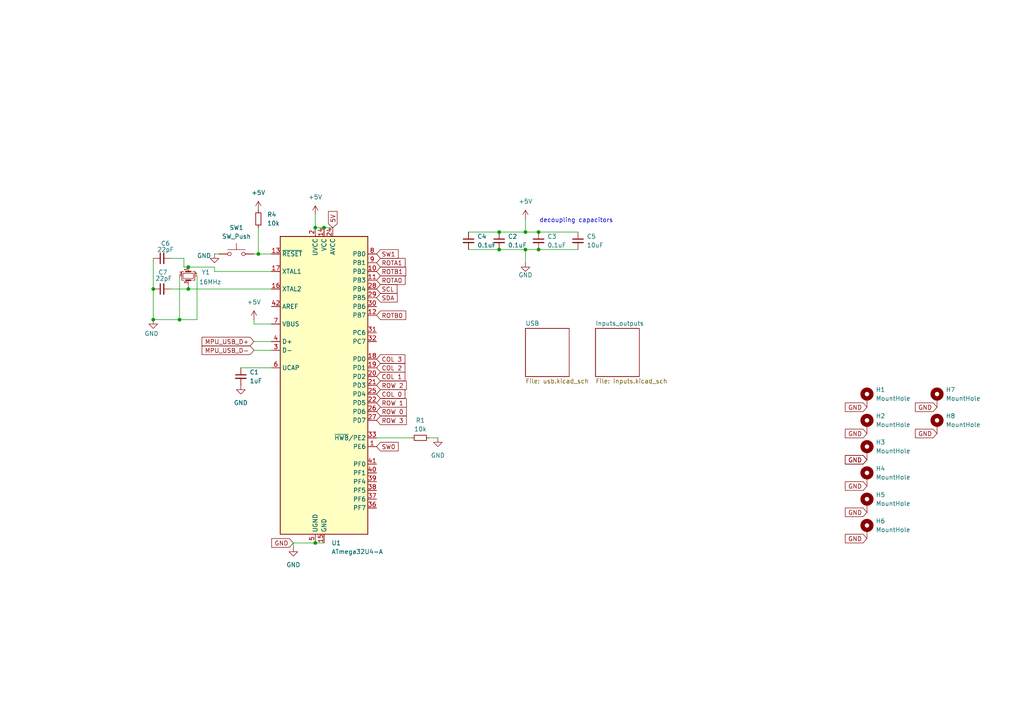
<source format=kicad_sch>
(kicad_sch (version 20250114) (generator "eeschema") (generator_version "9.0")
  (paper "A4")
  (lib_symbols
    (symbol "Device:C_Small" (pin_numbers (hide yes)) (pin_names (offset 0.254) (hide yes))
      (property "Reference" "C" (at 0.254 1.778 0))
      (property "Value" "C_Small" (at 0.254 -2.032 0))
      (symbol "C_Small_0_1"
        (polyline (pts (xy -1.524 0.508) (xy 1.524 0.508)) (stroke (width 0.3048)))
        (polyline (pts (xy -1.524 -0.508) (xy 1.524 -0.508)) (stroke (width 0.3302)))
      )
      (symbol "C_Small_1_1"
        (pin passive line (at 0 2.54 270) (length 2.032) (name "~") (number "1"))
        (pin passive line (at 0 -2.54 90) (length 2.032) (name "~") (number "2"))
      )
    )
    (symbol "Device:Crystal_GND24_Small" (pin_names (offset 1.016) (hide yes))
      (property "Reference" "Y" (at 1.27 4.445 0))
      (property "Value" "Crystal_GND24_Small" (at 1.27 2.54 0))
      (symbol "Crystal_GND24_Small_0_1"
        (polyline (pts (xy -1.27 1.27) (xy -1.27 1.905) (xy 1.27 1.905) (xy 1.27 1.27)))
        (polyline (pts (xy -1.27 -0.762) (xy -1.27 0.762)) (stroke (width 0.381)))
        (polyline (pts (xy -1.27 -1.27) (xy -1.27 -1.905) (xy 1.27 -1.905) (xy 1.27 -1.27)))
        (rectangle (start -0.762 -1.524) (end 0.762 1.524))
        (polyline (pts (xy 1.27 -0.762) (xy 1.27 0.762)) (stroke (width 0.381)))
      )
      (symbol "Crystal_GND24_Small_1_1"
        (pin passive line (at -2.54 0 0) (length 1.27) (name "1") (number "1"))
        (pin passive line (at 0 2.54 270) (length 0.635) (name "4") (number "4"))
        (pin passive line (at 0 -2.54 90) (length 0.635) (name "2") (number "2"))
        (pin passive line (at 2.54 0 180) (length 1.27) (name "3") (number "3"))
      )
    )
    (symbol "Device:R_Small" (pin_numbers (hide yes)) (pin_names (offset 0.254) (hide yes))
      (property "Reference" "R" (at 0.762 0.508 0))
      (property "Value" "R_Small" (at 0.762 -1.016 0))
      (symbol "R_Small_0_1"
        (rectangle (start -0.762 1.778) (end 0.762 -1.778) (stroke (width 0.2032)))
      )
      (symbol "R_Small_1_1"
        (pin passive line (at 0 2.54 270) (length 0.762) (name "~") (number "1"))
        (pin passive line (at 0 -2.54 90) (length 0.762) (name "~") (number "2"))
      )
    )
    (symbol "MCU_Microchip_ATmega:ATmega32U4-A"
      (property "Reference" "U" (at -12.7 44.45 0))
      (property "Value" "ATmega32U4-A" (at 2.54 -44.45 0))
      (symbol "ATmega32U4-A_0_1"
        (rectangle (start -12.7 -43.18) (end 12.7 43.18) (stroke (width 0.254)) (fill (type background)))
      )
      (symbol "ATmega32U4-A_1_1"
        (pin input line (at -15.24 38.1 0) (length 2.54) (name "~{RESET}") (number "13"))
        (pin input line (at -15.24 33.02 0) (length 2.54) (name "XTAL1") (number "17"))
        (pin output line (at -15.24 27.94 0) (length 2.54) (name "XTAL2") (number "16"))
        (pin passive line (at -15.24 22.86 0) (length 2.54) (name "AREF") (number "42"))
        (pin input line (at -15.24 17.78 0) (length 2.54) (name "VBUS") (number "7"))
        (pin bidirectional line (at -15.24 12.7 0) (length 2.54) (name "D+") (number "4"))
        (pin bidirectional line (at -15.24 10.16 0) (length 2.54) (name "D-") (number "3"))
        (pin passive line (at -15.24 5.08 0) (length 2.54) (name "UCAP") (number "6"))
        (pin power_in line (at -2.54 45.72 270) (length 2.54) (name "UVCC") (number "2"))
        (pin passive line (at -2.54 -45.72 90) (length 2.54) (name "UGND") (number "5"))
        (pin power_in line (at 0 45.72 270) (length 2.54) (name "VCC") (number "14"))
        (pin passive line (at 0 45.72 270) (length 2.54) (hide yes) (name "VCC") (number "34"))
        (pin power_in line (at 0 -45.72 90) (length 2.54) (name "GND") (number "15"))
        (pin passive line (at 0 -45.72 90) (length 2.54) (hide yes) (name "GND") (number "23"))
        (pin passive line (at 0 -45.72 90) (length 2.54) (hide yes) (name "GND") (number "35"))
        (pin passive line (at 0 -45.72 90) (length 2.54) (hide yes) (name "GND") (number "43"))
        (pin power_in line (at 2.54 45.72 270) (length 2.54) (name "AVCC") (number "24"))
        (pin passive line (at 2.54 45.72 270) (length 2.54) (hide yes) (name "AVCC") (number "44"))
        (pin bidirectional line (at 15.24 38.1 180) (length 2.54) (name "PB0") (number "8"))
        (pin bidirectional line (at 15.24 35.56 180) (length 2.54) (name "PB1") (number "9"))
        (pin bidirectional line (at 15.24 33.02 180) (length 2.54) (name "PB2") (number "10"))
        (pin bidirectional line (at 15.24 30.48 180) (length 2.54) (name "PB3") (number "11"))
        (pin bidirectional line (at 15.24 27.94 180) (length 2.54) (name "PB4") (number "28"))
        (pin bidirectional line (at 15.24 25.4 180) (length 2.54) (name "PB5") (number "29"))
        (pin bidirectional line (at 15.24 22.86 180) (length 2.54) (name "PB6") (number "30"))
        (pin bidirectional line (at 15.24 20.32 180) (length 2.54) (name "PB7") (number "12"))
        (pin bidirectional line (at 15.24 15.24 180) (length 2.54) (name "PC6") (number "31"))
        (pin bidirectional line (at 15.24 12.7 180) (length 2.54) (name "PC7") (number "32"))
        (pin bidirectional line (at 15.24 7.62 180) (length 2.54) (name "PD0") (number "18"))
        (pin bidirectional line (at 15.24 5.08 180) (length 2.54) (name "PD1") (number "19"))
        (pin bidirectional line (at 15.24 2.54 180) (length 2.54) (name "PD2") (number "20"))
        (pin bidirectional line (at 15.24 0 180) (length 2.54) (name "PD3") (number "21"))
        (pin bidirectional line (at 15.24 -2.54 180) (length 2.54) (name "PD4") (number "25"))
        (pin bidirectional line (at 15.24 -5.08 180) (length 2.54) (name "PD5") (number "22"))
        (pin bidirectional line (at 15.24 -7.62 180) (length 2.54) (name "PD6") (number "26"))
        (pin bidirectional line (at 15.24 -10.16 180) (length 2.54) (name "PD7") (number "27"))
        (pin bidirectional line (at 15.24 -15.24 180) (length 2.54) (name "~{HWB}/PE2") (number "33"))
        (pin bidirectional line (at 15.24 -17.78 180) (length 2.54) (name "PE6") (number "1"))
        (pin bidirectional line (at 15.24 -22.86 180) (length 2.54) (name "PF0") (number "41"))
        (pin bidirectional line (at 15.24 -25.4 180) (length 2.54) (name "PF1") (number "40"))
        (pin bidirectional line (at 15.24 -27.94 180) (length 2.54) (name "PF4") (number "39"))
        (pin bidirectional line (at 15.24 -30.48 180) (length 2.54) (name "PF5") (number "38"))
        (pin bidirectional line (at 15.24 -33.02 180) (length 2.54) (name "PF6") (number "37"))
        (pin bidirectional line (at 15.24 -35.56 180) (length 2.54) (name "PF7") (number "36"))
      )
    )
    (symbol "Mechanical:MountingHole_Pad" (pin_numbers (hide yes)) (pin_names (offset 1.016) (hide yes)) (in_bom no)
      (property "Reference" "H" (at 0 6.35 0))
      (property "Value" "MountingHole_Pad" (at 0 4.445 0))
      (symbol "MountingHole_Pad_0_1"
        (circle (center 0 1.27) (radius 1.27) (stroke (width 1.27)))
      )
      (symbol "MountingHole_Pad_1_1"
        (pin input line (at 0 -2.54 90) (length 2.54) (name "1") (number "1"))
      )
    )
    (symbol "Switch:SW_Push" (pin_numbers (hide yes)) (pin_names (offset 1.016) (hide yes))
      (property "Reference" "SW" (at 1.27 2.54 0))
      (property "Value" "SW_Push" (at 0 -1.524 0))
      (symbol "SW_Push_0_1"
        (circle (center -2.032 0) (radius 0.508))
        (polyline (pts (xy 0 1.27) (xy 0 3.048)))
        (circle (center 2.032 0) (radius 0.508))
        (polyline (pts (xy 2.54 1.27) (xy -2.54 1.27)))
        (pin passive line (at -5.08 0 0) (length 2.54) (name "1") (number "1"))
        (pin passive line (at 5.08 0 180) (length 2.54) (name "2") (number "2"))
      )
    )
    (symbol "power:+5V" (power) (pin_numbers (hide yes)) (pin_names (offset 0) (hide yes))
      (property "Value" "+5V" (at 0 3.556 0))
      (symbol "+5V_0_1"
        (polyline (pts (xy -0.762 1.27) (xy 0 2.54)))
        (polyline (pts (xy 0 2.54) (xy 0.762 1.27)))
        (polyline (pts (xy 0 0) (xy 0 2.54)))
      )
      (symbol "+5V_1_1"
        (pin power_in line (at 0 0 90) (length 0) (name "~") (number "1"))
      )
    )
    (symbol "power:GND" (power) (pin_numbers (hide yes)) (pin_names (offset 0) (hide yes))
      (property "Value" "GND" (at 0 -3.81 0))
      (symbol "GND_0_1"
        (polyline (pts (xy 0 0) (xy 0 -1.27) (xy 1.27 -1.27) (xy 0 -2.54) (xy -1.27 -1.27) (xy 0 -1.27)))
      )
      (symbol "GND_1_1"
        (pin power_in line (at 0 0 270) (length 0) (name "~") (number "1"))
      )
    )
  )
  (text "decoupling capacitors" (at 167.132 64.008 0) (effects (font (size 1.27 1.27))))
  (junction (at 54.61 77.47))
  (junction (at 152.4 72.39))
  (junction (at 74.93 73.66))
  (junction (at 52.07 92.71))
  (junction (at 156.21 72.39))
  (junction (at 156.21 67.31))
  (junction (at 44.45 83.82))
  (junction (at 91.44 157.48))
  (junction (at 93.98 66.04))
  (junction (at 54.61 83.82))
  (junction (at 44.45 92.71))
  (junction (at 144.78 67.31))
  (junction (at 144.78 72.39))
  (junction (at 152.4 67.31))
  (junction (at 91.44 66.04))
  (wire (pts (xy 144.78 67.31) (xy 152.4 67.31)))
  (wire (pts (xy 62.23 77.47) (xy 54.61 77.47)))
  (wire (pts (xy 52.07 80.01) (xy 52.07 92.71)))
  (wire (pts (xy 156.21 72.39) (xy 167.64 72.39)))
  (wire (pts (xy 57.15 80.01) (xy 57.15 92.71)))
  (wire (pts (xy 74.93 73.66) (xy 78.74 73.66)))
  (wire (pts (xy 152.4 72.39) (xy 156.21 72.39)))
  (wire (pts (xy 44.45 74.93) (xy 44.45 83.82)))
  (wire (pts (xy 152.4 72.39) (xy 152.4 76.2)))
  (wire (pts (xy 44.45 83.82) (xy 44.45 92.71)))
  (wire (pts (xy 73.66 92.71) (xy 73.66 93.98)))
  (wire (pts (xy 74.93 66.04) (xy 74.93 73.66)))
  (wire (pts (xy 53.34 77.47) (xy 53.34 74.93)))
  (wire (pts (xy 93.98 66.04) (xy 96.52 66.04)))
  (wire (pts (xy 156.21 67.31) (xy 167.64 67.31)))
  (wire (pts (xy 135.89 67.31) (xy 144.78 67.31)))
  (wire (pts (xy 69.85 106.68) (xy 78.74 106.68)))
  (wire (pts (xy 53.34 74.93) (xy 49.53 74.93)))
  (wire (pts (xy 49.53 83.82) (xy 54.61 83.82)))
  (wire (pts (xy 144.78 72.39) (xy 152.4 72.39)))
  (wire (pts (xy 73.66 93.98) (xy 78.74 93.98)))
  (wire (pts (xy 78.74 83.82) (xy 54.61 83.82)))
  (wire (pts (xy 57.15 92.71) (xy 52.07 92.71)))
  (wire (pts (xy 152.4 63.5) (xy 152.4 67.31)))
  (wire (pts (xy 91.44 157.48) (xy 93.98 157.48)))
  (wire (pts (xy 73.66 73.66) (xy 74.93 73.66)))
  (wire (pts (xy 53.34 77.47) (xy 54.61 77.47)))
  (wire (pts (xy 152.4 67.31) (xy 156.21 67.31)))
  (wire (pts (xy 91.44 62.23) (xy 91.44 66.04)))
  (wire (pts (xy 135.89 72.39) (xy 144.78 72.39)))
  (wire (pts (xy 54.61 83.82) (xy 54.61 82.55)))
  (wire (pts (xy 62.23 78.74) (xy 62.23 77.47)))
  (wire (pts (xy 91.44 66.04) (xy 93.98 66.04)))
  (wire (pts (xy 109.22 127) (xy 119.38 127)))
  (wire (pts (xy 85.09 157.48) (xy 91.44 157.48)))
  (wire (pts (xy 44.45 92.71) (xy 52.07 92.71)))
  (wire (pts (xy 63.5 73.66) (xy 62.23 73.66)))
  (wire (pts (xy 85.09 158.75) (xy 85.09 157.48)))
  (wire (pts (xy 73.66 99.06) (xy 78.74 99.06)))
  (wire (pts (xy 73.66 101.6) (xy 78.74 101.6)))
  (wire (pts (xy 124.46 127) (xy 127 127)))
  (wire (pts (xy 62.23 78.74) (xy 78.74 78.74)))
  (global_label "ROW 0" (shape input) (at 109.22 119.38 0) (property "Intersheetrefs" "${INTERSHEET_REFS}" (effects (hide yes))))
  (global_label "5V" (shape input) (at 96.52 66.04 90) (property "Intersheetrefs" "${INTERSHEET_REFS}" (effects (hide yes))))
  (global_label "COL 2" (shape input) (at 109.22 106.68 0) (property "Intersheetrefs" "${INTERSHEET_REFS}" (effects (hide yes))))
  (global_label "GND" (shape input) (at 251.46 148.59 180) (property "Intersheetrefs" "${INTERSHEET_REFS}" (effects (hide yes))))
  (global_label "COL 0" (shape input) (at 109.22 114.3 0) (property "Intersheetrefs" "${INTERSHEET_REFS}" (effects (hide yes))))
  (global_label "SCL" (shape input) (at 109.22 83.82 0) (property "Intersheetrefs" "${INTERSHEET_REFS}" (effects (hide yes))))
  (global_label "COL 3" (shape input) (at 109.22 104.14 0) (property "Intersheetrefs" "${INTERSHEET_REFS}" (effects (hide yes))))
  (global_label "SDA" (shape input) (at 109.22 86.36 0) (property "Intersheetrefs" "${INTERSHEET_REFS}" (effects (hide yes))))
  (global_label "ROTA1" (shape input) (at 109.22 76.2 0) (property "Intersheetrefs" "${INTERSHEET_REFS}" (effects (hide yes))))
  (global_label "GND" (shape input) (at 251.46 118.11 180) (property "Intersheetrefs" "${INTERSHEET_REFS}" (effects (hide yes))))
  (global_label "MPU_USB_D+" (shape input) (at 73.66 99.06 180) (property "Intersheetrefs" "${INTERSHEET_REFS}" (effects (hide yes))))
  (global_label "SW0" (shape input) (at 109.22 129.54 0) (property "Intersheetrefs" "${INTERSHEET_REFS}" (effects (hide yes))))
  (global_label "GND" (shape input) (at 251.46 140.97 180) (property "Intersheetrefs" "${INTERSHEET_REFS}" (effects (hide yes))))
  (global_label "ROW 2" (shape input) (at 109.22 111.76 0) (property "Intersheetrefs" "${INTERSHEET_REFS}" (effects (hide yes))))
  (global_label "ROTA0" (shape input) (at 109.22 81.28 0) (property "Intersheetrefs" "${INTERSHEET_REFS}" (effects (hide yes))))
  (global_label "GND" (shape input) (at 251.46 133.35 180) (property "Intersheetrefs" "${INTERSHEET_REFS}" (effects (hide yes))))
  (global_label "COL 1" (shape input) (at 109.22 109.22 0) (property "Intersheetrefs" "${INTERSHEET_REFS}" (effects (hide yes))))
  (global_label "SW1" (shape input) (at 109.22 73.66 0) (property "Intersheetrefs" "${INTERSHEET_REFS}" (effects (hide yes))))
  (global_label "MPU_USB_D-" (shape input) (at 73.66 101.6 180) (property "Intersheetrefs" "${INTERSHEET_REFS}" (effects (hide yes))))
  (global_label "ROTB1" (shape input) (at 109.22 78.74 0) (property "Intersheetrefs" "${INTERSHEET_REFS}" (effects (hide yes))))
  (global_label "GND" (shape input) (at 251.46 133.35 180) (property "Intersheetrefs" "${INTERSHEET_REFS}" (effects (hide yes))))
  (global_label "ROW 1" (shape input) (at 109.22 116.84 0) (property "Intersheetrefs" "${INTERSHEET_REFS}" (effects (hide yes))))
  (global_label "ROW 3" (shape input) (at 109.22 121.92 0) (property "Intersheetrefs" "${INTERSHEET_REFS}" (effects (hide yes))))
  (global_label "GND" (shape input) (at 271.78 125.73 180) (property "Intersheetrefs" "${INTERSHEET_REFS}" (effects (hide yes))))
  (global_label "GND" (shape input) (at 85.09 157.48 180) (property "Intersheetrefs" "${INTERSHEET_REFS}" (effects (hide yes))))
  (global_label "ROTB0" (shape input) (at 109.22 91.44 0) (property "Intersheetrefs" "${INTERSHEET_REFS}" (effects (hide yes))))
  (global_label "GND" (shape input) (at 271.78 118.11 180) (property "Intersheetrefs" "${INTERSHEET_REFS}" (effects (hide yes))))
  (global_label "GND" (shape input) (at 251.46 125.73 180) (property "Intersheetrefs" "${INTERSHEET_REFS}" (effects (hide yes))))
  (global_label "GND" (shape input) (at 251.46 156.21 180) (property "Intersheetrefs" "${INTERSHEET_REFS}" (effects (hide yes))))
  (symbol (lib_id "Mechanical:MountingHole_Pad") (at 251.46 115.57 0) (unit 1) (in_bom no)
    (property "Reference" "H1" (at 254 113.0299 0) (effects (justify left)))
    (property "Value" "MountHole" (at 254 115.5699 0) (effects (justify left)))
    (property "Footprint" "MountingHole:MountingHole_3.2mm_M3_Pad_Via" (effects (hide yes)))
    (property "Description" "Mounting Hole with connection" (effects (hide yes)))
  )
  (symbol (lib_id "power:GND") (at 62.23 73.66 0) (unit 1)
    (property "Reference" "#PWR09" (effects (hide yes)))
    (property "Value" "GND" (at 59.182 74.168 0))
    (property "Description" "Power symbol creates a global label with name \"GND\" , ground" (effects (hide yes)))
  )
  (symbol (lib_id "Device:C_Small") (at 69.85 109.22 0) (unit 1)
    (property "Reference" "C1" (at 72.39 107.9562 0) (effects (justify left)))
    (property "Value" "1uF" (at 72.39 110.4962 0) (effects (justify left)))
    (property "Footprint" "Capacitor_SMD:C_0402_1005Metric_Pad0.74x0.62mm_HandSolder" (effects (hide yes)))
    (property "Description" "Unpolarized capacitor, small symbol" (effects (hide yes)))
  )
  (symbol (lib_id "power:GND") (at 69.85 111.76 0) (unit 1)
    (property "Reference" "#PWR07" (effects (hide yes)))
    (property "Value" "GND" (at 69.85 116.84 0))
    (property "Description" "Power symbol creates a global label with name \"GND\" , ground" (effects (hide yes)))
  )
  (symbol (lib_id "power:+5V") (at 152.4 63.5 0) (unit 1)
    (property "Reference" "#PWR04" (effects (hide yes)))
    (property "Value" "+5V" (at 152.4 58.42 0))
    (property "Description" "Power symbol creates a global label with name \"+5V\"" (effects (hide yes)))
  )
  (symbol (lib_id "power:GND") (at 152.4 76.2 0) (unit 1)
    (property "Reference" "#PWR05" (effects (hide yes)))
    (property "Value" "GND" (at 152.4 79.756 0))
    (property "Description" "Power symbol creates a global label with name \"GND\" , ground" (effects (hide yes)))
  )
  (symbol (lib_id "Device:R_Small") (at 74.93 63.5 0) (unit 1)
    (property "Reference" "R4" (at 77.47 62.2299 0) (effects (justify left)))
    (property "Value" "10k" (at 77.47 64.7699 0) (effects (justify left)))
    (property "Footprint" "Resistor_SMD:R_0805_2012Metric" (effects (hide yes)))
    (property "Description" "Resistor, small symbol" (effects (hide yes)))
  )
  (symbol (lib_id "MCU_Microchip_ATmega:ATmega32U4-A") (at 93.98 111.76 0) (unit 1)
    (property "Reference" "U1" (at 96.1233 157.48 0) (effects (justify left)))
    (property "Value" "ATmega32U4-A" (at 96.1233 160.02 0) (effects (justify left)))
    (property "Footprint" "Package_QFP:TQFP-44_10x10mm_P0.8mm" (effects (hide yes)))
    (property "Datasheet" "http://ww1.microchip.com/downloads/en/DeviceDoc/Atmel-7766-8-bit-AVR-ATmega16U4-32U4_Datasheet.pdf" (effects (hide yes)))
    (property "Description" "16MHz, 32kB Flash, 2.5kB SRAM, 1kB EEPROM, USB 2.0, TQFP-44" (effects (hide yes)))
  )
  (symbol (lib_id "Device:C_Small") (at 167.64 69.85 0) (unit 1)
    (property "Reference" "C5" (at 170.18 68.5862 0) (effects (justify left)))
    (property "Value" "10uF" (at 170.18 71.1262 0) (effects (justify left)))
    (property "Footprint" "Capacitor_SMD:C_0603_1608Metric_Pad1.08x0.95mm_HandSolder" (effects (hide yes)))
    (property "Description" "Unpolarized capacitor, small symbol" (effects (hide yes)))
  )
  (symbol (lib_id "Switch:SW_Push") (at 68.58 73.66 0) (unit 1)
    (property "Reference" "SW1" (at 68.58 66.04 0))
    (property "Value" "SW_Push" (at 68.58 68.58 0))
    (property "Footprint" "random-keyboard-parts:SKQG-1155865" (effects (hide yes)))
    (property "Description" "Push button switch, generic, two pins" (effects (hide yes)))
  )
  (symbol (lib_id "Mechanical:MountingHole_Pad") (at 251.46 146.05 0) (unit 1) (in_bom no)
    (property "Reference" "H5" (at 254 143.5099 0) (effects (justify left)))
    (property "Value" "MountHole" (at 254 146.0499 0) (effects (justify left)))
    (property "Footprint" "MountingHole:MountingHole_2.2mm_M2_Pad" (effects (hide yes)))
    (property "Description" "Mounting Hole with connection" (effects (hide yes)))
  )
  (symbol (lib_id "Device:C_Small") (at 144.78 69.85 0) (unit 1)
    (property "Reference" "C2" (at 147.32 68.5862 0) (effects (justify left)))
    (property "Value" "0.1uF" (at 147.32 71.1262 0) (effects (justify left)))
    (property "Footprint" "Capacitor_SMD:C_0402_1005Metric_Pad0.74x0.62mm_HandSolder" (effects (hide yes)))
    (property "Description" "Unpolarized capacitor, small symbol" (effects (hide yes)))
  )
  (symbol (lib_id "Device:C_Small") (at 46.99 83.82 90) (unit 1)
    (property "Reference" "C7" (at 47.244 78.994 90))
    (property "Value" "22pF" (at 47.498 80.772 90))
    (property "Footprint" "Capacitor_SMD:C_0805_2012Metric" (effects (hide yes)))
    (property "Description" "Unpolarized capacitor, small symbol" (effects (hide yes)))
  )
  (symbol (lib_id "Mechanical:MountingHole_Pad") (at 251.46 130.81 0) (unit 1) (in_bom no)
    (property "Reference" "H3" (at 254 128.2699 0) (effects (justify left)))
    (property "Value" "MountHole" (at 254 130.8099 0) (effects (justify left)))
    (property "Footprint" "MountingHole:MountingHole_3.2mm_M3_Pad_Via" (effects (hide yes)))
    (property "Description" "Mounting Hole with connection" (effects (hide yes)))
  )
  (symbol (lib_id "power:GND") (at 127 127 0) (unit 1)
    (property "Reference" "#PWR03" (effects (hide yes)))
    (property "Value" "GND" (at 127 132.08 0))
    (property "Description" "Power symbol creates a global label with name \"GND\" , ground" (effects (hide yes)))
  )
  (symbol (lib_id "Device:C_Small") (at 46.99 74.93 90) (unit 1)
    (property "Reference" "C6" (at 48.006 70.612 90))
    (property "Value" "22pF" (at 48.006 72.39 90))
    (property "Footprint" "Capacitor_SMD:C_0805_2012Metric" (effects (hide yes)))
    (property "Description" "Unpolarized capacitor, small symbol" (effects (hide yes)))
  )
  (symbol (lib_id "Mechanical:MountingHole_Pad") (at 251.46 138.43 0) (unit 1) (in_bom no)
    (property "Reference" "H4" (at 254 135.8899 0) (effects (justify left)))
    (property "Value" "MountHole" (at 254 138.4299 0) (effects (justify left)))
    (property "Footprint" "MountingHole:MountingHole_3.2mm_M3_Pad_Via" (effects (hide yes)))
    (property "Description" "Mounting Hole with connection" (effects (hide yes)))
  )
  (symbol (lib_id "power:GND") (at 85.09 158.75 0) (unit 1)
    (property "Reference" "#PWR01" (effects (hide yes)))
    (property "Value" "GND" (at 85.09 163.83 0))
    (property "Description" "Power symbol creates a global label with name \"GND\" , ground" (effects (hide yes)))
  )
  (symbol (lib_id "Mechanical:MountingHole_Pad") (at 271.78 123.19 0) (unit 1) (in_bom no)
    (property "Reference" "H8" (at 274.32 120.6499 0) (effects (justify left)))
    (property "Value" "MountHole" (at 274.32 123.1899 0) (effects (justify left)))
    (property "Footprint" "MountingHole:MountingHole_2.2mm_M2_Pad" (effects (hide yes)))
    (property "Description" "Mounting Hole with connection" (effects (hide yes)))
  )
  (symbol (lib_id "Device:C_Small") (at 156.21 69.85 0) (unit 1)
    (property "Reference" "C3" (at 158.75 68.5862 0) (effects (justify left)))
    (property "Value" "0.1uF" (at 158.75 71.1262 0) (effects (justify left)))
    (property "Footprint" "Capacitor_SMD:C_0402_1005Metric_Pad0.74x0.62mm_HandSolder" (effects (hide yes)))
    (property "Description" "Unpolarized capacitor, small symbol" (effects (hide yes)))
  )
  (symbol (lib_id "Device:C_Small") (at 135.89 69.85 0) (unit 1)
    (property "Reference" "C4" (at 138.43 68.5862 0) (effects (justify left)))
    (property "Value" "0.1uF" (at 138.43 71.1262 0) (effects (justify left)))
    (property "Footprint" "Capacitor_SMD:C_0402_1005Metric_Pad0.74x0.62mm_HandSolder" (effects (hide yes)))
    (property "Description" "Unpolarized capacitor, small symbol" (effects (hide yes)))
  )
  (symbol (lib_id "Device:R_Small") (at 121.92 127 90) (unit 1)
    (property "Reference" "R1" (at 121.92 121.92 90))
    (property "Value" "10k" (at 121.92 124.46 90))
    (property "Footprint" "Resistor_SMD:R_0805_2012Metric" (effects (hide yes)))
    (property "Description" "Resistor, small symbol" (effects (hide yes)))
  )
  (symbol (lib_id "Mechanical:MountingHole_Pad") (at 251.46 153.67 0) (unit 1) (in_bom no)
    (property "Reference" "H6" (at 254 151.1299 0) (effects (justify left)))
    (property "Value" "MountHole" (at 254 153.6699 0) (effects (justify left)))
    (property "Footprint" "MountingHole:MountingHole_2.2mm_M2_Pad" (effects (hide yes)))
    (property "Description" "Mounting Hole with connection" (effects (hide yes)))
  )
  (symbol (lib_id "Device:Crystal_GND24_Small") (at 54.61 80.01 270) (unit 1)
    (property "Reference" "Y1" (at 59.69 78.994 90))
    (property "Value" "16MHz" (at 60.96 81.788 90))
    (property "Footprint" "Crystal:Crystal_SMD_3225-4Pin_3.2x2.5mm" (effects (hide yes)))
    (property "Description" "Four pin crystal, GND on pins 2 and 4, small symbol" (effects (hide yes)))
  )
  (symbol (lib_id "power:+5V") (at 73.66 92.71 0) (unit 1)
    (property "Reference" "#PWR06" (effects (hide yes)))
    (property "Value" "+5V" (at 73.66 87.63 0))
    (property "Description" "Power symbol creates a global label with name \"+5V\"" (effects (hide yes)))
  )
  (symbol (lib_id "power:+5V") (at 91.44 62.23 0) (unit 1)
    (property "Reference" "#PWR02" (effects (hide yes)))
    (property "Value" "+5V" (at 91.44 57.15 0))
    (property "Description" "Power symbol creates a global label with name \"+5V\"" (effects (hide yes)))
  )
  (symbol (lib_id "Mechanical:MountingHole_Pad") (at 251.46 123.19 0) (unit 1) (in_bom no)
    (property "Reference" "H2" (at 254 120.6499 0) (effects (justify left)))
    (property "Value" "MountHole" (at 254 123.1899 0) (effects (justify left)))
    (property "Footprint" "MountingHole:MountingHole_3.2mm_M3_Pad_Via" (effects (hide yes)))
    (property "Description" "Mounting Hole with connection" (effects (hide yes)))
  )
  (symbol (lib_id "power:+5V") (at 74.93 60.96 0) (unit 1)
    (property "Reference" "#PWR010" (effects (hide yes)))
    (property "Value" "+5V" (at 74.93 55.88 0))
    (property "Description" "Power symbol creates a global label with name \"+5V\"" (effects (hide yes)))
  )
  (symbol (lib_id "Mechanical:MountingHole_Pad") (at 271.78 115.57 0) (unit 1) (in_bom no)
    (property "Reference" "H7" (at 274.32 113.0299 0) (effects (justify left)))
    (property "Value" "MountHole" (at 274.32 115.5699 0) (effects (justify left)))
    (property "Footprint" "MountingHole:MountingHole_2.2mm_M2_Pad" (effects (hide yes)))
    (property "Description" "Mounting Hole with connection" (effects (hide yes)))
  )
  (symbol (lib_id "power:GND") (at 44.45 92.71 0) (unit 1)
    (property "Reference" "#PWR08" (effects (hide yes)))
    (property "Value" "GND" (at 43.942 96.774 0))
    (property "Description" "Power symbol creates a global label with name \"GND\" , ground" (effects (hide yes)))
  )
  (sheet (at 152.4 95.25) (size 12.7 13.97) (stroke (width 0.1524))
    (property "Sheetname" "USB" (at 152.4 94.5384 0) (effects (justify left bottom)))
    (property "Sheetfile" "usb.kicad_sch" (at 152.4 109.8046 0) (effects (justify left top)))
  )
  (sheet (at 172.72 95.25) (size 12.7 13.97) (stroke (width 0.1524))
    (property "Sheetname" "Inputs_outputs" (at 172.72 94.5384 0) (effects (justify left bottom)))
    (property "Sheetfile" "inputs.kicad_sch" (at 172.72 109.8046 0) (effects (justify left top)))
  )
)
</source>
